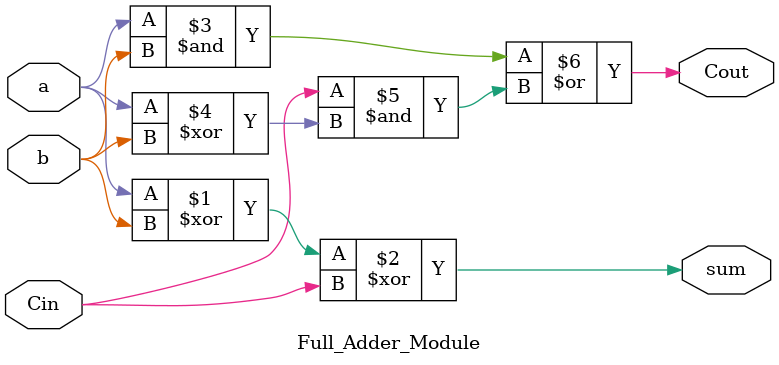
<source format=v>
`timescale 1ns / 1ps
module ripplecarry_16signed(
    input signed [15:0] A, B,
    input Cin,
    output reg signed [15:0] sum_out,
    output reg overflow,
    output reg Cout
);

    wire [15:0] carry_wire;  // Fixed size
    wire [15:0] ripple_out;

    Full_Adder_Module adder0  (.a(A[0]),  .b(B[0]),  .Cin(Cin),       .sum(ripple_out[0]),  .Cout(carry_wire[0]));
    Full_Adder_Module adder1  (.a(A[1]),  .b(B[1]),  .Cin(carry_wire[0]),  .sum(ripple_out[1]),  .Cout(carry_wire[1]));
    Full_Adder_Module adder2  (.a(A[2]),  .b(B[2]),  .Cin(carry_wire[1]),  .sum(ripple_out[2]),  .Cout(carry_wire[2]));
    Full_Adder_Module adder3  (.a(A[3]),  .b(B[3]),  .Cin(carry_wire[2]),  .sum(ripple_out[3]),  .Cout(carry_wire[3]));
    Full_Adder_Module adder4  (.a(A[4]),  .b(B[4]),  .Cin(carry_wire[3]),  .sum(ripple_out[4]),  .Cout(carry_wire[4]));
    Full_Adder_Module adder5  (.a(A[5]),  .b(B[5]),  .Cin(carry_wire[4]),  .sum(ripple_out[5]),  .Cout(carry_wire[5]));
    Full_Adder_Module adder6  (.a(A[6]),  .b(B[6]),  .Cin(carry_wire[5]),  .sum(ripple_out[6]),  .Cout(carry_wire[6]));
    Full_Adder_Module adder7  (.a(A[7]),  .b(B[7]),  .Cin(carry_wire[6]),  .sum(ripple_out[7]),  .Cout(carry_wire[7]));
    Full_Adder_Module adder8  (.a(A[8]),  .b(B[8]),  .Cin(carry_wire[7]),  .sum(ripple_out[8]),  .Cout(carry_wire[8]));
    Full_Adder_Module adder9  (.a(A[9]),  .b(B[9]),  .Cin(carry_wire[8]),  .sum(ripple_out[9]),  .Cout(carry_wire[9]));
    Full_Adder_Module adder10 (.a(A[10]), .b(B[10]), .Cin(carry_wire[9]),  .sum(ripple_out[10]), .Cout(carry_wire[10]));
    Full_Adder_Module adder11 (.a(A[11]), .b(B[11]), .Cin(carry_wire[10]), .sum(ripple_out[11]), .Cout(carry_wire[11]));
    Full_Adder_Module adder12 (.a(A[12]), .b(B[12]), .Cin(carry_wire[11]), .sum(ripple_out[12]), .Cout(carry_wire[12]));
    Full_Adder_Module adder13 (.a(A[13]), .b(B[13]), .Cin(carry_wire[12]), .sum(ripple_out[13]), .Cout(carry_wire[13]));
    Full_Adder_Module adder14 (.a(A[14]), .b(B[14]), .Cin(carry_wire[13]), .sum(ripple_out[14]), .Cout(carry_wire[14]));
    Full_Adder_Module adder15 (.a(A[15]), .b(B[15]), .Cin(carry_wire[14]), .sum(ripple_out[15]), .Cout(carry_wire[15]));

    always @(*) begin
        sum_out <= ripple_out;
        overflow <= carry_wire[14] ^ carry_wire[15];
        Cout <= carry_wire[15];
    end 
endmodule

module Full_Adder_Module(
input a,b,Cin,
output sum,Cout
    );
assign sum= a^b^Cin;
assign Cout= (a&b) | (Cin&(a^b));
endmodule
</source>
